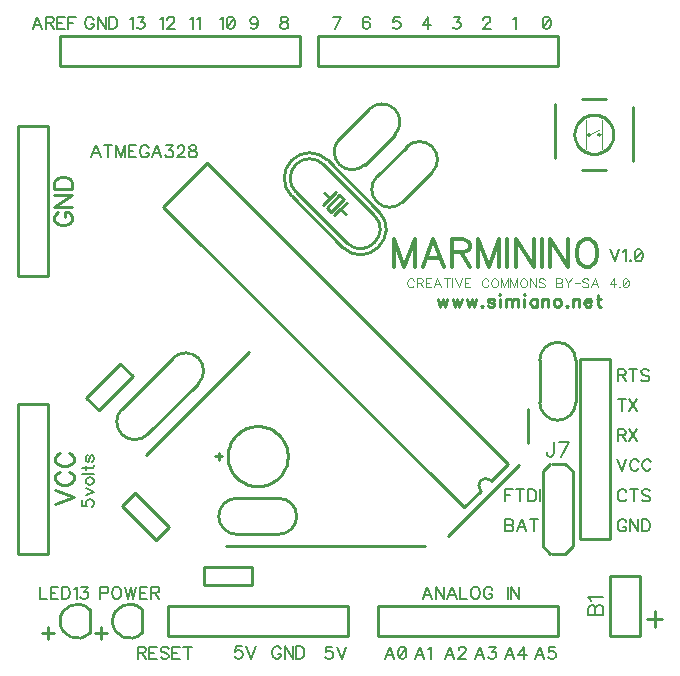
<source format=gbr>
G04 DipTrace 2.3.1.0*
%INTopSilkNaninoLVL1-Danielv6.gbr*%
%MOMM*%
%ADD10C,0.254*%
%ADD24C,0.1*%
%ADD60C,0.196*%
%ADD61C,0.157*%
%ADD62C,0.235*%
%ADD63C,0.353*%
%ADD64C,0.118*%
%ADD65C,0.222*%
%FSLAX53Y53*%
G04*
G71*
G90*
G75*
G01*
%LNTopSilk*%
%LPD*%
X28239Y20219D2*
D10*
X45160D1*
X47027Y20992D2*
X53042Y27007D1*
X53815Y28874D2*
Y31766D1*
X30220Y36570D2*
X21530Y27880D1*
X63340Y17620D2*
X60800D1*
X63340Y12540D2*
Y17620D1*
Y12540D2*
X60800D1*
Y17620D1*
X43213Y49309D2*
X45730Y51826D1*
X41054Y51468D2*
X43571Y53985D1*
X45730Y51826D2*
G03X43571Y53985I-1079J1081D01*
G01*
X41054Y51468D2*
G03X43213Y49309I1079J-1081D01*
G01*
X40038Y52480D2*
X42559Y55001D1*
X37875Y54643D2*
X40396Y57164D1*
X42559Y55001D2*
G03X40396Y57164I-1080J1083D01*
G01*
X37875Y54643D2*
G03X40038Y52480I1080J-1083D01*
G01*
X29179Y21176D2*
X32731D1*
X29179Y24224D2*
X32731D1*
Y21176D2*
G03X32731Y24224I2J1524D01*
G01*
X29179D2*
G03X29179Y21176I-2J-1524D01*
G01*
X27656Y27480D2*
Y28080D1*
X27356Y27780D2*
X27956D1*
X28417D2*
X28423Y27957D1*
X28441Y28133D1*
X28472Y28308D1*
X28515Y28480D1*
X28570Y28649D1*
X28636Y28813D1*
X28714Y28972D1*
X28802Y29126D1*
X28902Y29273D1*
X29011Y29413D1*
X29129Y29544D1*
X29257Y29668D1*
X29393Y29782D1*
X29536Y29886D1*
X29686Y29980D1*
X29843Y30063D1*
X30005Y30135D1*
X30171Y30196D1*
X30341Y30245D1*
X30515Y30281D1*
X30690Y30306D1*
X30867Y30318D1*
X31044D1*
X31221Y30306D1*
X31397Y30281D1*
X31570Y30245D1*
X31740Y30196D1*
X31907Y30135D1*
X32069Y30063D1*
X32225Y29980D1*
X32376Y29886D1*
X32519Y29782D1*
X32655Y29668D1*
X32782Y29544D1*
X32901Y29413D1*
X33010Y29273D1*
X33109Y29126D1*
X33198Y28972D1*
X33275Y28813D1*
X33342Y28649D1*
X33396Y28480D1*
X33439Y28308D1*
X33470Y28133D1*
X33489Y27957D1*
X33495Y27780D1*
X33489Y27603D1*
X33470Y27427D1*
X33439Y27252D1*
X33396Y27080D1*
X33342Y26911D1*
X33275Y26747D1*
X33198Y26588D1*
X33109Y26434D1*
X33010Y26287D1*
X32901Y26147D1*
X32782Y26016D1*
X32655Y25892D1*
X32519Y25778D1*
X32376Y25674D1*
X32225Y25580D1*
X32069Y25497D1*
X31907Y25425D1*
X31740Y25364D1*
X31570Y25315D1*
X31397Y25279D1*
X31221Y25254D1*
X31044Y25242D1*
X30867D1*
X30690Y25254D1*
X30515Y25279D1*
X30341Y25315D1*
X30171Y25364D1*
X30005Y25425D1*
X29843Y25497D1*
X29686Y25580D1*
X29536Y25674D1*
X29393Y25778D1*
X29257Y25892D1*
X29129Y26016D1*
X29011Y26147D1*
X28902Y26287D1*
X28802Y26434D1*
X28714Y26588D1*
X28636Y26747D1*
X28570Y26911D1*
X28515Y27080D1*
X28472Y27252D1*
X28441Y27427D1*
X28423Y27603D1*
X28417Y27780D1*
X57879Y32354D2*
Y35906D1*
X54831Y32354D2*
Y35906D1*
X57879D2*
G03X54831Y35906I-1524J2D01*
G01*
Y32354D2*
G03X57879Y32354I1524J-2D01*
G01*
X25930Y33936D2*
X21624Y29630D1*
X23776Y36090D2*
X19470Y31784D1*
G03X21624Y29630I1075J-1080D01*
G01*
X25930Y33936D2*
G03X23776Y36090I-1075J1080D01*
G01*
X21160Y14810D2*
Y12810D1*
Y14810D2*
G03X21160Y12810I-1050J-1000D01*
G01*
X17660Y12310D2*
Y13310D1*
X17160Y12810D2*
X18160D1*
X16715Y14810D2*
Y12810D1*
Y14810D2*
G03X16715Y12810I-1050J-1000D01*
G01*
X13215Y12310D2*
Y13310D1*
X12715Y12810D2*
X13715D1*
X14191Y63340D2*
X34511D1*
X14191Y60800D2*
Y63340D1*
Y60800D2*
X34511D1*
Y63340D1*
X56355Y60800D2*
X36035D1*
X56355Y63340D2*
Y60800D1*
Y63340D2*
X36035D1*
Y60800D1*
X23335Y12540D2*
X38575D1*
X23335Y15080D2*
X38575D1*
X23335Y12540D2*
Y15080D1*
X38575Y12540D2*
Y15080D1*
X56355D2*
X41115D1*
X56355Y12540D2*
X41115D1*
X56355Y15080D2*
Y12540D1*
X41115Y15080D2*
Y12540D1*
X60800Y20795D2*
Y36035D1*
X58260Y20795D2*
Y36035D1*
X60800Y20795D2*
X58260D1*
X60800Y36035D2*
X58260D1*
X56863Y19525D2*
X55847D1*
X56863Y27145D2*
X55847D1*
X55085Y20157D2*
Y26513D1*
X57625Y20157D2*
Y26513D1*
X56990Y19525D2*
X57625Y20157D1*
X55720Y19525D2*
X55085Y20157D1*
Y26513D2*
X55720Y27145D1*
X57625Y26513D2*
X56990Y27145D1*
X30451Y16858D2*
Y18382D1*
X26379Y16858D2*
X30451D1*
X26379D2*
Y18382D1*
X30451D1*
X16431Y32748D2*
X17508Y31671D1*
X19310Y35627D2*
X16431Y32748D1*
X19310Y35627D2*
X20387Y34550D1*
X17508Y31671D1*
X20529Y24678D2*
X19452Y23601D1*
X23408Y21799D2*
X20529Y24678D1*
X23408Y21799D2*
X22331Y20722D1*
X19452Y23601D1*
X57772Y55037D2*
X57776Y55152D1*
X57788Y55267D1*
X57808Y55380D1*
X57836Y55492D1*
X57872Y55601D1*
X57915Y55708D1*
X57965Y55812D1*
X58023Y55911D1*
X58087Y56007D1*
X58158Y56098D1*
X58235Y56183D1*
X58318Y56263D1*
X58406Y56337D1*
X58500Y56405D1*
X58597Y56466D1*
X58699Y56520D1*
X58804Y56567D1*
X58912Y56606D1*
X59023Y56638D1*
X59136Y56662D1*
X59250Y56678D1*
X59365Y56686D1*
X59480D1*
X59595Y56678D1*
X59709Y56662D1*
X59821Y56638D1*
X59932Y56606D1*
X60040Y56567D1*
X60146Y56520D1*
X60247Y56466D1*
X60345Y56405D1*
X60438Y56337D1*
X60526Y56263D1*
X60609Y56183D1*
X60686Y56098D1*
X60757Y56007D1*
X60822Y55911D1*
X60879Y55812D1*
X60930Y55708D1*
X60973Y55601D1*
X61008Y55492D1*
X61036Y55380D1*
X61056Y55267D1*
X61068Y55152D1*
X61072Y55037D1*
X61068Y54922D1*
X61056Y54807D1*
X61036Y54694D1*
X61008Y54582D1*
X60973Y54473D1*
X60930Y54366D1*
X60879Y54263D1*
X60822Y54163D1*
X60757Y54067D1*
X60686Y53977D1*
X60609Y53891D1*
X60526Y53811D1*
X60438Y53737D1*
X60345Y53669D1*
X60247Y53608D1*
X60146Y53554D1*
X60040Y53507D1*
X59932Y53468D1*
X59821Y53436D1*
X59709Y53412D1*
X59595Y53396D1*
X59480Y53388D1*
X59365D1*
X59250Y53396D1*
X59136Y53412D1*
X59023Y53436D1*
X58912Y53468D1*
X58804Y53507D1*
X58699Y53554D1*
X58597Y53608D1*
X58500Y53669D1*
X58406Y53737D1*
X58318Y53811D1*
X58235Y53891D1*
X58158Y53977D1*
X58087Y54067D1*
X58023Y54163D1*
X57965Y54263D1*
X57915Y54366D1*
X57872Y54473D1*
X57836Y54582D1*
X57808Y54694D1*
X57788Y54807D1*
X57776Y54922D1*
X57772Y55037D1*
X62722Y57337D2*
Y52737D1*
X60423Y52037D2*
X58422D1*
X56122Y53037D2*
Y57637D1*
X58422Y58037D2*
X60423D1*
X58722Y56237D2*
D24*
Y53837D1*
X60122Y56237D2*
Y53837D1*
X58722Y55037D2*
X58872D1*
X60122D2*
X59973D1*
X58872D2*
Y55044D1*
X58873Y55051D1*
X58874Y55058D1*
X58876Y55065D1*
X58878Y55071D1*
X58880Y55078D1*
X58883Y55084D1*
X58887Y55090D1*
X58891Y55096D1*
X58895Y55101D1*
X58900Y55107D1*
X58905Y55111D1*
X58910Y55116D1*
X58916Y55120D1*
X58922Y55124D1*
X58928Y55127D1*
X58934Y55130D1*
X58941Y55132D1*
X58948Y55134D1*
X58955Y55136D1*
X58962Y55137D1*
X58969D1*
X58976D1*
X58983D1*
X58989Y55136D1*
X58996Y55134D1*
X59003Y55132D1*
X59010Y55130D1*
X59016Y55127D1*
X59022Y55124D1*
X59028Y55120D1*
X59034Y55116D1*
X59039Y55111D1*
X59044Y55107D1*
X59049Y55101D1*
X59053Y55096D1*
X59057Y55090D1*
X59061Y55084D1*
X59064Y55078D1*
X59066Y55071D1*
X59069Y55065D1*
X59070Y55058D1*
X59071Y55051D1*
X59072Y55044D1*
Y55037D1*
Y55030D1*
X59071Y55023D1*
X59070Y55016D1*
X59069Y55010D1*
X59066Y55003D1*
X59064Y54996D1*
X59061Y54990D1*
X59057Y54984D1*
X59053Y54978D1*
X59049Y54973D1*
X59044Y54968D1*
X59039Y54963D1*
X59034Y54958D1*
X59028Y54954D1*
X59022Y54950D1*
X59016Y54947D1*
X59010Y54944D1*
X59003Y54942D1*
X58996Y54940D1*
X58989Y54939D1*
X58983Y54938D1*
X58976Y54937D1*
X58969D1*
X58962Y54938D1*
X58955Y54939D1*
X58948Y54940D1*
X58941Y54942D1*
X58934Y54944D1*
X58928Y54947D1*
X58922Y54950D1*
X58916Y54954D1*
X58910Y54958D1*
X58905Y54963D1*
X58900Y54968D1*
X58895Y54973D1*
X58891Y54978D1*
X58887Y54984D1*
X58883Y54990D1*
X58880Y54996D1*
X58878Y55003D1*
X58876Y55010D1*
X58874Y55016D1*
X58873Y55023D1*
X58872Y55030D1*
Y55037D1*
X59722D2*
Y55044D1*
X59723Y55051D1*
X59724Y55058D1*
X59726Y55065D1*
X59728Y55071D1*
X59731Y55078D1*
X59734Y55084D1*
X59737Y55090D1*
X59741Y55096D1*
X59745Y55101D1*
X59750Y55107D1*
X59755Y55111D1*
X59760Y55116D1*
X59766Y55120D1*
X59772Y55124D1*
X59778Y55127D1*
X59785Y55130D1*
X59791Y55132D1*
X59798Y55134D1*
X59805Y55136D1*
X59812Y55137D1*
X59819D1*
X59826D1*
X59833D1*
X59840Y55136D1*
X59846Y55134D1*
X59853Y55132D1*
X59860Y55130D1*
X59866Y55127D1*
X59872Y55124D1*
X59878Y55120D1*
X59884Y55116D1*
X59889Y55111D1*
X59894Y55107D1*
X59899Y55101D1*
X59903Y55096D1*
X59907Y55090D1*
X59911Y55084D1*
X59914Y55078D1*
X59916Y55071D1*
X59919Y55065D1*
X59920Y55058D1*
X59922Y55051D1*
Y55044D1*
Y55037D1*
Y55030D1*
Y55023D1*
X59920Y55016D1*
X59919Y55010D1*
X59916Y55003D1*
X59914Y54996D1*
X59911Y54990D1*
X59907Y54984D1*
X59903Y54978D1*
X59899Y54973D1*
X59894Y54968D1*
X59889Y54963D1*
X59884Y54958D1*
X59878Y54954D1*
X59872Y54950D1*
X59866Y54947D1*
X59860Y54944D1*
X59853Y54942D1*
X59846Y54940D1*
X59840Y54939D1*
X59833Y54938D1*
X59826Y54937D1*
X59819D1*
X59812Y54938D1*
X59805Y54939D1*
X59798Y54940D1*
X59791Y54942D1*
X59785Y54944D1*
X59778Y54947D1*
X59772Y54950D1*
X59766Y54954D1*
X59760Y54958D1*
X59755Y54963D1*
X59750Y54968D1*
X59745Y54973D1*
X59741Y54978D1*
X59737Y54984D1*
X59734Y54990D1*
X59731Y54996D1*
X59728Y55003D1*
X59726Y55010D1*
X59724Y55016D1*
X59723Y55023D1*
X59722Y55030D1*
Y55037D1*
X59072D2*
X59872Y55387D1*
X52109Y27139D2*
D10*
X26651Y52598D1*
X48432Y23463D2*
X22974Y48921D1*
X26651Y52598D2*
X22974Y48921D1*
X52109Y27139D2*
X50695Y25726D1*
X48432Y23463D2*
X49846Y24879D1*
X50695Y25726D2*
G03X49846Y24879I-425J-423D01*
G01*
X41179Y48543D2*
X36876Y52847D1*
X38132Y45496D2*
X33828Y49799D1*
X40821Y48185D2*
X36517Y52489D1*
X34186Y50158D2*
X38490Y45854D1*
X37145Y48454D2*
X36786Y48813D1*
X37862Y49889D1*
X38221Y49530D1*
X37145Y48454D1*
X36517Y49082D2*
X37055Y49620D1*
X37593Y50158D1*
X37414Y48185D2*
X37953Y48722D1*
X38490Y49261D1*
X37055Y49620D2*
X36607Y50068D1*
X37953Y48722D2*
X38401Y48274D1*
X38132Y45496D2*
G03X41179Y48543I1524J1524D01*
G01*
X36876Y52847D2*
G03X33828Y49799I-1524J-1524D01*
G01*
X38490Y45854D2*
G03X40821Y48185I1166J1166D01*
G01*
X36517Y52489D2*
G03X34186Y50158I-1166J-1165D01*
G01*
X13175Y55720D2*
X10635D1*
X13175Y43020D2*
Y55720D1*
X10635Y43020D2*
Y55720D1*
X13175Y43020D2*
X10635D1*
X13175Y32225D2*
X10635D1*
X13175Y19525D2*
Y32225D1*
X10635Y19525D2*
Y32225D1*
X13175Y19525D2*
X10635D1*
X58940Y14306D2*
D60*
X60216D1*
Y14854D1*
X60154Y15036D1*
X60094Y15097D1*
X59973Y15157D1*
X59791D1*
X59669Y15097D1*
X59608Y15036D1*
X59548Y14854D1*
X59486Y15036D1*
X59426Y15097D1*
X59305Y15157D1*
X59183D1*
X59062Y15097D1*
X59001Y15036D1*
X58940Y14854D1*
Y14306D1*
X59548D2*
Y14854D1*
X59184Y15549D2*
X59123Y15671D1*
X58942Y15854D1*
X60216D1*
X56037Y29005D2*
Y28033D1*
X55977Y27851D1*
X55915Y27791D1*
X55795Y27729D1*
X55672D1*
X55552Y27791D1*
X55491Y27851D1*
X55430Y28033D1*
Y28154D1*
X56673Y27729D2*
X57280Y29003D1*
X56430D1*
X52542Y24974D2*
D61*
X51910D1*
Y23953D1*
Y24488D2*
X52299D1*
X53196Y24974D2*
Y23953D1*
X52856Y24974D2*
X53537D1*
X53850D2*
Y23953D1*
X54191D1*
X54337Y24002D1*
X54434Y24099D1*
X54483Y24197D1*
X54531Y24342D1*
Y24585D1*
X54483Y24731D1*
X54434Y24828D1*
X54337Y24926D1*
X54191Y24974D1*
X53850D1*
X54845D2*
Y23953D1*
X64552Y14649D2*
D62*
Y13337D1*
X63897Y13992D2*
X65209D1*
X17646Y53085D2*
D61*
X17256Y54105D1*
X16867Y53085D1*
X17013Y53425D2*
X17500D1*
X18300Y54105D2*
Y53085D1*
X17959Y54105D2*
X18640D1*
X19731Y53085D2*
Y54105D1*
X19342Y53085D1*
X18954Y54105D1*
Y53085D1*
X20676Y54105D2*
X20045D1*
Y53085D1*
X20676D1*
X20045Y53619D2*
X20433D1*
X21718Y53863D2*
X21670Y53959D1*
X21572Y54057D1*
X21476Y54105D1*
X21281D1*
X21184Y54057D1*
X21087Y53959D1*
X21038Y53863D1*
X20989Y53717D1*
Y53473D1*
X21038Y53328D1*
X21087Y53231D1*
X21184Y53134D1*
X21281Y53085D1*
X21476D1*
X21572Y53134D1*
X21670Y53231D1*
X21718Y53328D1*
Y53473D1*
X21476D1*
X22810Y53085D2*
X22421Y54105D1*
X22032Y53085D1*
X22178Y53425D2*
X22664D1*
X23222Y54104D2*
X23755D1*
X23464Y53716D1*
X23610D1*
X23707Y53667D1*
X23755Y53619D1*
X23805Y53473D1*
Y53377D1*
X23755Y53231D1*
X23659Y53133D1*
X23513Y53085D1*
X23367D1*
X23222Y53133D1*
X23174Y53182D1*
X23124Y53279D1*
X24168Y53862D2*
Y53910D1*
X24216Y54008D1*
X24264Y54056D1*
X24362Y54104D1*
X24556D1*
X24653Y54056D1*
X24701Y54008D1*
X24751Y53910D1*
Y53813D1*
X24701Y53716D1*
X24605Y53571D1*
X24118Y53085D1*
X24799D1*
X25355Y54104D2*
X25210Y54056D1*
X25161Y53959D1*
Y53862D1*
X25210Y53765D1*
X25307Y53716D1*
X25501Y53667D1*
X25647Y53619D1*
X25744Y53521D1*
X25792Y53425D1*
Y53279D1*
X25744Y53182D1*
X25696Y53133D1*
X25550Y53085D1*
X25355D1*
X25210Y53133D1*
X25161Y53182D1*
X25113Y53279D1*
Y53425D1*
X25161Y53521D1*
X25259Y53619D1*
X25404Y53667D1*
X25598Y53716D1*
X25696Y53765D1*
X25744Y53862D1*
Y53959D1*
X25696Y54056D1*
X25550Y54104D1*
X25355D1*
X61435Y34648D2*
X61872D1*
X62018Y34697D1*
X62067Y34745D1*
X62116Y34842D1*
Y34940D1*
X62067Y35036D1*
X62018Y35086D1*
X61872Y35134D1*
X61435D1*
Y34113D1*
X61775Y34648D2*
X62116Y34113D1*
X62770Y35134D2*
Y34113D1*
X62429Y35134D2*
X63110D1*
X64104Y34988D2*
X64008Y35086D1*
X63862Y35134D1*
X63667D1*
X63521Y35086D1*
X63424Y34988D1*
Y34891D1*
X63473Y34794D1*
X63521Y34745D1*
X63618Y34697D1*
X63910Y34599D1*
X64008Y34551D1*
X64056Y34502D1*
X64104Y34405D1*
Y34259D1*
X64008Y34162D1*
X63862Y34113D1*
X63667D1*
X63521Y34162D1*
X63424Y34259D1*
X62164Y24731D2*
X62116Y24828D1*
X62018Y24926D1*
X61921Y24974D1*
X61727D1*
X61629Y24926D1*
X61533Y24828D1*
X61483Y24731D1*
X61435Y24585D1*
Y24342D1*
X61483Y24197D1*
X61533Y24099D1*
X61629Y24002D1*
X61727Y23953D1*
X61921D1*
X62018Y24002D1*
X62116Y24099D1*
X62164Y24197D1*
X62818Y24974D2*
Y23953D1*
X62478Y24974D2*
X63158D1*
X64152Y24828D2*
X64056Y24926D1*
X63910Y24974D1*
X63716D1*
X63570Y24926D1*
X63472Y24828D1*
Y24731D1*
X63521Y24634D1*
X63570Y24585D1*
X63666Y24537D1*
X63958Y24439D1*
X64056Y24391D1*
X64104Y24342D1*
X64152Y24245D1*
Y24099D1*
X64056Y24002D1*
X63910Y23953D1*
X63716D1*
X63570Y24002D1*
X63472Y24099D1*
X62164Y22191D2*
X62116Y22288D1*
X62018Y22386D1*
X61921Y22434D1*
X61727D1*
X61629Y22386D1*
X61533Y22288D1*
X61483Y22191D1*
X61435Y22045D1*
Y21802D1*
X61483Y21657D1*
X61533Y21559D1*
X61629Y21462D1*
X61727Y21413D1*
X61921D1*
X62018Y21462D1*
X62116Y21559D1*
X62164Y21657D1*
Y21802D1*
X61921D1*
X63158Y22434D2*
Y21413D1*
X62478Y22434D1*
Y21413D1*
X63472Y22434D2*
Y21413D1*
X63812D1*
X63958Y21462D1*
X64056Y21559D1*
X64104Y21657D1*
X64152Y21802D1*
Y22045D1*
X64104Y22191D1*
X64056Y22288D1*
X63958Y22386D1*
X63812Y22434D1*
X63472D1*
X45703Y15698D2*
X45314Y16719D1*
X44925Y15698D1*
X45071Y16038D2*
X45557D1*
X46698Y16719D2*
Y15698D1*
X46017Y16719D1*
Y15698D1*
X47790D2*
X47400Y16719D1*
X47011Y15698D1*
X47157Y16038D2*
X47644D1*
X48103Y16719D2*
Y15698D1*
X48686D1*
X49292Y16719D2*
X49194Y16671D1*
X49098Y16573D1*
X49048Y16476D1*
X49000Y16330D1*
Y16087D1*
X49048Y15942D1*
X49098Y15844D1*
X49194Y15747D1*
X49292Y15698D1*
X49486D1*
X49583Y15747D1*
X49681Y15844D1*
X49729Y15942D1*
X49777Y16087D1*
Y16330D1*
X49729Y16476D1*
X49681Y16573D1*
X49583Y16671D1*
X49486Y16719D1*
X49292D1*
X50820Y16476D2*
X50771Y16573D1*
X50674Y16671D1*
X50577Y16719D1*
X50383D1*
X50285Y16671D1*
X50189Y16573D1*
X50139Y16476D1*
X50091Y16330D1*
Y16087D1*
X50139Y15942D1*
X50189Y15844D1*
X50285Y15747D1*
X50383Y15698D1*
X50577D1*
X50674Y15747D1*
X50771Y15844D1*
X50820Y15942D1*
Y16087D1*
X50577D1*
X52121Y16719D2*
Y15698D1*
X53115Y16719D2*
Y15698D1*
X52435Y16719D1*
Y15698D1*
X61775Y32594D2*
Y31573D1*
X61435Y32594D2*
X62116D1*
X62429D2*
X63110Y31573D1*
Y32594D2*
X62429Y31573D1*
X61435Y29568D2*
X61872D1*
X62018Y29617D1*
X62067Y29665D1*
X62116Y29762D1*
Y29860D1*
X62067Y29956D1*
X62018Y30006D1*
X61872Y30054D1*
X61435D1*
Y29033D1*
X61775Y29568D2*
X62116Y29033D1*
X62429Y30054D2*
X63110Y29033D1*
Y30054D2*
X62429Y29033D1*
X61396Y27553D2*
X61784Y26532D1*
X62173Y27553D1*
X63216Y27310D2*
X63167Y27407D1*
X63070Y27505D1*
X62973Y27553D1*
X62779D1*
X62681Y27505D1*
X62584Y27407D1*
X62535Y27310D1*
X62487Y27164D1*
Y26921D1*
X62535Y26776D1*
X62584Y26678D1*
X62681Y26582D1*
X62779Y26532D1*
X62973D1*
X63070Y26582D1*
X63167Y26678D1*
X63216Y26776D1*
X64258Y27310D2*
X64210Y27407D1*
X64112Y27505D1*
X64016Y27553D1*
X63821D1*
X63724Y27505D1*
X63627Y27407D1*
X63578Y27310D1*
X63529Y27164D1*
Y26921D1*
X63578Y26776D1*
X63627Y26678D1*
X63724Y26582D1*
X63821Y26532D1*
X64016D1*
X64112Y26582D1*
X64210Y26678D1*
X64258Y26776D1*
X51910Y22434D2*
Y21413D1*
X52348D1*
X52494Y21462D1*
X52542Y21511D1*
X52591Y21607D1*
Y21753D1*
X52542Y21851D1*
X52494Y21899D1*
X52348Y21948D1*
X52494Y21997D1*
X52542Y22045D1*
X52591Y22142D1*
Y22240D1*
X52542Y22336D1*
X52494Y22386D1*
X52348Y22434D1*
X51910D1*
Y21948D2*
X52348D1*
X53683Y21413D2*
X53293Y22434D1*
X52904Y21413D1*
X53050Y21753D2*
X53537D1*
X54337Y22434D2*
Y21413D1*
X53996Y22434D2*
X54677D1*
X14085Y48438D2*
D62*
X13940Y48366D1*
X13793Y48219D1*
X13721Y48075D1*
Y47783D1*
X13793Y47637D1*
X13940Y47492D1*
X14085Y47418D1*
X14304Y47345D1*
X14669D1*
X14886Y47418D1*
X15033Y47492D1*
X15178Y47637D1*
X15252Y47783D1*
Y48075D1*
X15178Y48219D1*
X15033Y48366D1*
X14886Y48438D1*
X14669D1*
Y48075D1*
X13721Y49930D2*
X15252D1*
X13721Y48909D1*
X15252D1*
X13721Y50401D2*
X15252D1*
Y50911D1*
X15178Y51130D1*
X15033Y51277D1*
X14886Y51349D1*
X14669Y51421D1*
X14304D1*
X14085Y51349D1*
X13940Y51277D1*
X13793Y51130D1*
X13721Y50911D1*
Y50401D1*
X13829Y23741D2*
X15361Y24324D1*
X13829Y24907D1*
X14193Y26471D2*
X14048Y26399D1*
X13902Y26252D1*
X13829Y26107D1*
Y25816D1*
X13902Y25669D1*
X14048Y25524D1*
X14193Y25450D1*
X14412Y25378D1*
X14778D1*
X14995Y25450D1*
X15142Y25524D1*
X15287Y25669D1*
X15361Y25816D1*
Y26107D1*
X15287Y26252D1*
X15142Y26399D1*
X14995Y26471D1*
X14193Y28035D2*
X14048Y27963D1*
X13902Y27816D1*
X13829Y27671D1*
Y27380D1*
X13902Y27233D1*
X14048Y27088D1*
X14193Y27014D1*
X14412Y26942D1*
X14778D1*
X14995Y27014D1*
X15142Y27088D1*
X15287Y27233D1*
X15361Y27380D1*
Y27671D1*
X15287Y27816D1*
X15142Y27963D1*
X14995Y28035D1*
X42528Y10618D2*
D61*
X42139Y11639D1*
X41750Y10618D1*
X41896Y10958D2*
X42382D1*
X43134Y11638D2*
X42988Y11589D1*
X42890Y11443D1*
X42842Y11201D1*
Y11055D1*
X42890Y10812D1*
X42988Y10666D1*
X43134Y10618D1*
X43231D1*
X43377Y10666D1*
X43473Y10812D1*
X43523Y11055D1*
Y11201D1*
X43473Y11443D1*
X43377Y11589D1*
X43231Y11638D1*
X43134D1*
X43473Y11443D2*
X42890Y10812D1*
X32915Y11435D2*
X32866Y11532D1*
X32769Y11630D1*
X32672Y11678D1*
X32478D1*
X32380Y11630D1*
X32284Y11532D1*
X32234Y11435D1*
X32186Y11289D1*
Y11046D1*
X32234Y10901D1*
X32284Y10803D1*
X32380Y10707D1*
X32478Y10657D1*
X32672D1*
X32769Y10707D1*
X32866Y10803D1*
X32915Y10901D1*
Y11046D1*
X32672D1*
X33909Y11678D2*
Y10657D1*
X33228Y11678D1*
Y10657D1*
X34223Y11678D2*
Y10657D1*
X34563D1*
X34709Y10707D1*
X34807Y10803D1*
X34855Y10901D1*
X34903Y11046D1*
Y11289D1*
X34855Y11435D1*
X34807Y11532D1*
X34709Y11630D1*
X34563Y11678D1*
X34223D1*
X29594Y11677D2*
X29109D1*
X29060Y11240D1*
X29109Y11288D1*
X29255Y11338D1*
X29399D1*
X29545Y11288D1*
X29643Y11192D1*
X29691Y11046D1*
Y10949D1*
X29643Y10803D1*
X29545Y10705D1*
X29399Y10657D1*
X29255D1*
X29109Y10705D1*
X29060Y10755D1*
X29011Y10851D1*
X30005Y11678D2*
X30394Y10657D1*
X30782Y11678D1*
X20795Y11153D2*
X21232D1*
X21378Y11202D1*
X21427Y11250D1*
X21476Y11347D1*
Y11445D1*
X21427Y11541D1*
X21378Y11591D1*
X21232Y11639D1*
X20795D1*
Y10618D1*
X21135Y11153D2*
X21476Y10618D1*
X22420Y11639D2*
X21789D1*
Y10618D1*
X22420D1*
X21789Y11153D2*
X22178D1*
X23415Y11493D2*
X23318Y11591D1*
X23172Y11639D1*
X22978D1*
X22832Y11591D1*
X22734Y11493D1*
Y11396D1*
X22784Y11299D1*
X22832Y11250D1*
X22928Y11202D1*
X23220Y11104D1*
X23318Y11056D1*
X23366Y11007D1*
X23415Y10910D1*
Y10764D1*
X23318Y10667D1*
X23172Y10618D1*
X22978D1*
X22832Y10667D1*
X22734Y10764D1*
X24360Y11639D2*
X23729D1*
Y10618D1*
X24360D1*
X23729Y11153D2*
X24117D1*
X25014Y11639D2*
Y10618D1*
X24673Y11639D2*
X25354D1*
X12540Y16719D2*
Y15698D1*
X13123D1*
X14068Y16719D2*
X13437D1*
Y15698D1*
X14068D1*
X13437Y16233D2*
X13825D1*
X14381Y16719D2*
Y15698D1*
X14722D1*
X14868Y15747D1*
X14965Y15844D1*
X15014Y15942D1*
X15062Y16087D1*
Y16330D1*
X15014Y16476D1*
X14965Y16573D1*
X14868Y16671D1*
X14722Y16719D1*
X14381D1*
X15376Y16523D2*
X15474Y16573D1*
X15620Y16718D1*
Y15698D1*
X16031Y16718D2*
X16564D1*
X16274Y16329D1*
X16420D1*
X16516Y16281D1*
X16564Y16233D1*
X16614Y16087D1*
Y15990D1*
X16564Y15844D1*
X16468Y15746D1*
X16322Y15698D1*
X16176D1*
X16031Y15746D1*
X15983Y15796D1*
X15933Y15892D1*
X17620Y16184D2*
X18058D1*
X18203Y16233D1*
X18252Y16282D1*
X18301Y16379D1*
Y16525D1*
X18252Y16621D1*
X18203Y16671D1*
X18058Y16719D1*
X17620D1*
Y15698D1*
X18906Y16719D2*
X18809Y16671D1*
X18712Y16573D1*
X18663Y16476D1*
X18614Y16330D1*
Y16087D1*
X18663Y15942D1*
X18712Y15844D1*
X18809Y15747D1*
X18906Y15698D1*
X19101D1*
X19197Y15747D1*
X19295Y15844D1*
X19343Y15942D1*
X19391Y16087D1*
Y16330D1*
X19343Y16476D1*
X19295Y16573D1*
X19197Y16671D1*
X19101Y16719D1*
X18906D1*
X19705D2*
X19949Y15698D1*
X20191Y16719D1*
X20434Y15698D1*
X20678Y16719D1*
X21623D2*
X20992D1*
Y15698D1*
X21623D1*
X20992Y16233D2*
X21380D1*
X21936D2*
X22373D1*
X22519Y16282D1*
X22569Y16330D1*
X22617Y16427D1*
Y16525D1*
X22569Y16621D1*
X22519Y16671D1*
X22373Y16719D1*
X21936D1*
Y15698D1*
X22277Y16233D2*
X22617Y15698D1*
X37253Y11638D2*
X36768D1*
X36719Y11201D1*
X36768Y11249D1*
X36914Y11299D1*
X37059D1*
X37205Y11249D1*
X37302Y11153D1*
X37351Y11007D1*
Y10910D1*
X37302Y10764D1*
X37205Y10666D1*
X37059Y10618D1*
X36914D1*
X36768Y10666D1*
X36719Y10716D1*
X36670Y10812D1*
X37664Y11639D2*
X38053Y10618D1*
X38441Y11639D1*
X45068Y10618D2*
X44679Y11639D1*
X44290Y10618D1*
X44436Y10958D2*
X44922D1*
X45382Y11443D2*
X45480Y11493D1*
X45626Y11638D1*
Y10618D1*
X47608D2*
X47219Y11639D1*
X46830Y10618D1*
X46976Y10958D2*
X47462D1*
X47971Y11395D2*
Y11443D1*
X48020Y11541D1*
X48068Y11589D1*
X48166Y11638D1*
X48360D1*
X48457Y11589D1*
X48505Y11541D1*
X48554Y11443D1*
Y11347D1*
X48505Y11249D1*
X48408Y11104D1*
X47922Y10618D1*
X48603D1*
X50148D2*
X49759Y11639D1*
X49370Y10618D1*
X49516Y10958D2*
X50002D1*
X50560Y11638D2*
X51093D1*
X50802Y11249D1*
X50948D1*
X51045Y11201D1*
X51093Y11153D1*
X51143Y11007D1*
Y10910D1*
X51093Y10764D1*
X50997Y10666D1*
X50851Y10618D1*
X50705D1*
X50560Y10666D1*
X50511Y10716D1*
X50462Y10812D1*
X52688Y10618D2*
X52299Y11639D1*
X51910Y10618D1*
X52056Y10958D2*
X52542D1*
X53488Y10618D2*
Y11638D1*
X53002Y10958D1*
X53731D1*
X55228Y10618D2*
X54839Y11639D1*
X54450Y10618D1*
X54596Y10958D2*
X55082D1*
X56125Y11638D2*
X55640D1*
X55591Y11201D1*
X55640Y11249D1*
X55786Y11299D1*
X55931D1*
X56077Y11249D1*
X56174Y11153D1*
X56223Y11007D1*
Y10910D1*
X56174Y10764D1*
X56077Y10666D1*
X55931Y10618D1*
X55786D1*
X55640Y10666D1*
X55591Y10716D1*
X55542Y10812D1*
X16068Y24061D2*
Y23576D1*
X16505Y23528D1*
X16457Y23576D1*
X16407Y23722D1*
Y23867D1*
X16457Y24013D1*
X16553Y24111D1*
X16699Y24159D1*
X16796D1*
X16942Y24111D1*
X17040Y24013D1*
X17088Y23867D1*
Y23722D1*
X17040Y23576D1*
X16990Y23528D1*
X16894Y23478D1*
X16407Y24473D2*
X17088Y24765D1*
X16407Y25056D1*
Y25612D2*
X16456Y25515D1*
X16553Y25418D1*
X16699Y25369D1*
X16796D1*
X16942Y25418D1*
X17039Y25515D1*
X17088Y25612D1*
Y25758D1*
X17039Y25856D1*
X16942Y25952D1*
X16796Y26002D1*
X16699D1*
X16553Y25952D1*
X16456Y25856D1*
X16407Y25758D1*
Y25612D1*
X16067Y26315D2*
X17088D1*
X16067Y26775D2*
X16894D1*
X17039Y26823D1*
X17088Y26921D1*
Y27018D1*
X16407Y26629D2*
Y26969D1*
X16553Y27866D2*
X16456Y27818D1*
X16407Y27672D1*
Y27526D1*
X16456Y27380D1*
X16553Y27331D1*
X16650Y27380D1*
X16699Y27477D1*
X16748Y27720D1*
X16796Y27818D1*
X16894Y27866D1*
X16942D1*
X17039Y27818D1*
X17088Y27672D1*
Y27526D1*
X17039Y27380D1*
X16942Y27331D1*
X12683Y63958D2*
X12294Y64979D1*
X11905Y63958D1*
X12051Y64298D2*
X12537D1*
X12997Y64493D2*
X13434D1*
X13580Y64542D1*
X13629Y64590D1*
X13678Y64687D1*
Y64785D1*
X13629Y64881D1*
X13580Y64931D1*
X13434Y64979D1*
X12997D1*
Y63958D1*
X13337Y64493D2*
X13678Y63958D1*
X14622Y64979D2*
X13991D1*
Y63958D1*
X14622D1*
X13991Y64493D2*
X14380D1*
X15569Y64979D2*
X14936D1*
Y63958D1*
Y64493D2*
X15325D1*
X17079Y64736D2*
X17031Y64833D1*
X16933Y64931D1*
X16836Y64979D1*
X16642D1*
X16544Y64931D1*
X16448Y64833D1*
X16398Y64736D1*
X16350Y64590D1*
Y64347D1*
X16398Y64202D1*
X16448Y64104D1*
X16544Y64007D1*
X16642Y63958D1*
X16836D1*
X16933Y64007D1*
X17031Y64104D1*
X17079Y64202D1*
Y64347D1*
X16836D1*
X18073Y64979D2*
Y63958D1*
X17393Y64979D1*
Y63958D1*
X18387Y64979D2*
Y63958D1*
X18727D1*
X18873Y64007D1*
X18971Y64104D1*
X19019Y64202D1*
X19067Y64347D1*
Y64590D1*
X19019Y64736D1*
X18971Y64833D1*
X18873Y64931D1*
X18727Y64979D1*
X18387D1*
X20160Y64783D2*
X20258Y64833D1*
X20404Y64978D1*
Y63958D1*
X20815Y64978D2*
X21349D1*
X21058Y64589D1*
X21204D1*
X21300Y64541D1*
X21349Y64493D1*
X21398Y64347D1*
Y64250D1*
X21349Y64104D1*
X21252Y64006D1*
X21106Y63958D1*
X20960D1*
X20815Y64006D1*
X20767Y64056D1*
X20717Y64152D1*
X22700Y64783D2*
X22798Y64833D1*
X22944Y64978D1*
Y63958D1*
X23307Y64735D2*
Y64783D1*
X23355Y64881D1*
X23403Y64929D1*
X23501Y64978D1*
X23695D1*
X23792Y64929D1*
X23840Y64881D1*
X23890Y64783D1*
Y64687D1*
X23840Y64589D1*
X23744Y64444D1*
X23257Y63958D1*
X23938D1*
X25240Y64783D2*
X25338Y64833D1*
X25484Y64978D1*
Y63958D1*
X25797Y64783D2*
X25895Y64833D1*
X26041Y64978D1*
Y63958D1*
X27780Y64783D2*
X27878Y64833D1*
X28024Y64978D1*
Y63958D1*
X28629Y64978D2*
X28483Y64929D1*
X28386Y64783D1*
X28337Y64541D1*
Y64395D1*
X28386Y64152D1*
X28483Y64006D1*
X28629Y63958D1*
X28726D1*
X28872Y64006D1*
X28969Y64152D1*
X29018Y64395D1*
Y64541D1*
X28969Y64783D1*
X28872Y64929D1*
X28726Y64978D1*
X28629D1*
X28969Y64783D2*
X28386Y64152D1*
X30952Y64639D2*
X30903Y64493D1*
X30806Y64395D1*
X30660Y64347D1*
X30612D1*
X30466Y64395D1*
X30369Y64493D1*
X30320Y64639D1*
Y64687D1*
X30369Y64833D1*
X30466Y64929D1*
X30612Y64978D1*
X30660D1*
X30806Y64929D1*
X30903Y64833D1*
X30952Y64639D1*
Y64395D1*
X30903Y64152D1*
X30806Y64006D1*
X30660Y63958D1*
X30564D1*
X30418Y64006D1*
X30369Y64104D1*
X33103Y64978D2*
X32958Y64929D1*
X32908Y64833D1*
Y64735D1*
X32958Y64639D1*
X33054Y64589D1*
X33249Y64541D1*
X33395Y64493D1*
X33491Y64395D1*
X33539Y64298D1*
Y64152D1*
X33491Y64056D1*
X33443Y64006D1*
X33297Y63958D1*
X33103D1*
X32958Y64006D1*
X32908Y64056D1*
X32860Y64152D1*
Y64298D1*
X32908Y64395D1*
X33006Y64493D1*
X33151Y64541D1*
X33345Y64589D1*
X33443Y64639D1*
X33491Y64735D1*
Y64833D1*
X33443Y64929D1*
X33297Y64978D1*
X33103D1*
X37499Y63958D2*
X37986Y64978D1*
X37305D1*
X40428Y64833D2*
X40380Y64929D1*
X40234Y64978D1*
X40137D1*
X39991Y64929D1*
X39893Y64783D1*
X39845Y64541D1*
Y64298D1*
X39893Y64104D1*
X39991Y64006D1*
X40137Y63958D1*
X40185D1*
X40330Y64006D1*
X40428Y64104D1*
X40476Y64250D1*
Y64298D1*
X40428Y64444D1*
X40330Y64541D1*
X40185Y64589D1*
X40137D1*
X39991Y64541D1*
X39893Y64444D1*
X39845Y64298D1*
X42968Y64978D2*
X42483D1*
X42434Y64541D1*
X42483Y64589D1*
X42629Y64639D1*
X42774D1*
X42920Y64589D1*
X43017Y64493D1*
X43066Y64347D1*
Y64250D1*
X43017Y64104D1*
X42920Y64006D1*
X42774Y63958D1*
X42629D1*
X42483Y64006D1*
X42434Y64056D1*
X42385Y64152D1*
X45411Y63958D2*
Y64978D1*
X44925Y64298D1*
X45654D1*
X47563Y64978D2*
X48096D1*
X47805Y64589D1*
X47951D1*
X48048Y64541D1*
X48096Y64493D1*
X48146Y64347D1*
Y64250D1*
X48096Y64104D1*
X48000Y64006D1*
X47854Y63958D1*
X47708D1*
X47563Y64006D1*
X47514Y64056D1*
X47465Y64152D1*
X50054Y64735D2*
Y64783D1*
X50103Y64881D1*
X50151Y64929D1*
X50249Y64978D1*
X50443D1*
X50540Y64929D1*
X50588Y64881D1*
X50637Y64783D1*
Y64687D1*
X50588Y64589D1*
X50491Y64444D1*
X50005Y63958D1*
X50686D1*
X52545Y64783D2*
X52643Y64833D1*
X52789Y64978D1*
Y63958D1*
X55377Y64978D2*
X55231Y64929D1*
X55133Y64783D1*
X55085Y64541D1*
Y64395D1*
X55133Y64152D1*
X55231Y64006D1*
X55377Y63958D1*
X55474D1*
X55620Y64006D1*
X55716Y64152D1*
X55766Y64395D1*
Y64541D1*
X55716Y64783D1*
X55620Y64929D1*
X55474Y64978D1*
X55377D1*
X55716Y64783D2*
X55133Y64152D1*
X44232Y43836D2*
D63*
Y46133D1*
X43357Y43836D1*
X42483Y46133D1*
Y43836D1*
X46689D2*
X45812Y46133D1*
X44938Y43836D1*
X45266Y44602D2*
X46360D1*
X47395Y45039D2*
X48378D1*
X48706Y45150D1*
X48817Y45259D1*
X48926Y45476D1*
Y45696D1*
X48817Y45913D1*
X48706Y46024D1*
X48378Y46133D1*
X47395D1*
Y43836D1*
X48160Y45039D2*
X48926Y43836D1*
X51380D2*
Y46133D1*
X50506Y43836D1*
X49632Y46133D1*
Y43836D1*
X52086Y46133D2*
Y43836D1*
X54324Y46133D2*
Y43836D1*
X52792Y46133D1*
Y43836D1*
X55029Y46133D2*
Y43836D1*
X57267Y46133D2*
Y43836D1*
X55735Y46133D1*
Y43836D1*
X58629Y46133D2*
X58410Y46024D1*
X58192Y45805D1*
X58081Y45587D1*
X57972Y45259D1*
Y44710D1*
X58081Y44384D1*
X58192Y44165D1*
X58410Y43947D1*
X58629Y43836D1*
X59067D1*
X59284Y43947D1*
X59504Y44165D1*
X59612Y44384D1*
X59721Y44710D1*
Y45259D1*
X59612Y45587D1*
X59504Y45805D1*
X59284Y46024D1*
X59067Y46133D1*
X58629D1*
X44182Y42658D2*
D64*
X44146Y42730D1*
X44073Y42804D1*
X44000Y42840D1*
X43854D1*
X43781Y42804D1*
X43709Y42730D1*
X43672Y42658D1*
X43635Y42549D1*
Y42366D1*
X43672Y42257D1*
X43709Y42184D1*
X43781Y42111D1*
X43854Y42074D1*
X44000D1*
X44073Y42111D1*
X44146Y42184D1*
X44182Y42257D1*
X44417Y42475D2*
X44745D1*
X44855Y42512D1*
X44892Y42549D1*
X44928Y42621D1*
Y42694D1*
X44892Y42767D1*
X44855Y42804D1*
X44745Y42840D1*
X44417D1*
Y42074D1*
X44673Y42475D2*
X44928Y42074D1*
X45636Y42840D2*
X45163D1*
Y42074D1*
X45636D1*
X45163Y42475D2*
X45455D1*
X46455Y42074D2*
X46163Y42840D1*
X45872Y42074D1*
X45981Y42330D2*
X46346D1*
X46946Y42840D2*
Y42074D1*
X46691Y42840D2*
X47201D1*
X47436D2*
Y42074D1*
X47672Y42840D2*
X47963Y42074D1*
X48255Y42840D1*
X48963D2*
X48490D1*
Y42074D1*
X48963D1*
X48490Y42475D2*
X48781D1*
X50486Y42658D2*
X50450Y42730D1*
X50376Y42804D1*
X50304Y42840D1*
X50158D1*
X50085Y42804D1*
X50013Y42730D1*
X49976Y42658D1*
X49939Y42549D1*
Y42366D1*
X49976Y42257D1*
X50013Y42184D1*
X50085Y42111D1*
X50158Y42074D1*
X50304D1*
X50376Y42111D1*
X50450Y42184D1*
X50486Y42257D1*
X50940Y42840D2*
X50867Y42804D1*
X50795Y42730D1*
X50757Y42658D1*
X50721Y42549D1*
Y42366D1*
X50757Y42257D1*
X50795Y42184D1*
X50867Y42111D1*
X50940Y42074D1*
X51086D1*
X51158Y42111D1*
X51232Y42184D1*
X51268Y42257D1*
X51304Y42366D1*
Y42549D1*
X51268Y42658D1*
X51232Y42730D1*
X51158Y42804D1*
X51086Y42840D1*
X50940D1*
X52122Y42074D2*
Y42840D1*
X51831Y42074D1*
X51539Y42840D1*
Y42074D1*
X52940D2*
Y42840D1*
X52649Y42074D1*
X52358Y42840D1*
Y42074D1*
X53395Y42840D2*
X53321Y42804D1*
X53249Y42730D1*
X53212Y42658D1*
X53176Y42549D1*
Y42366D1*
X53212Y42257D1*
X53249Y42184D1*
X53321Y42111D1*
X53395Y42074D1*
X53540D1*
X53613Y42111D1*
X53686Y42184D1*
X53722Y42257D1*
X53759Y42366D1*
Y42549D1*
X53722Y42658D1*
X53686Y42730D1*
X53613Y42804D1*
X53540Y42840D1*
X53395D1*
X54504D2*
Y42074D1*
X53994Y42840D1*
Y42074D1*
X55250Y42730D2*
X55178Y42804D1*
X55068Y42840D1*
X54922D1*
X54813Y42804D1*
X54740Y42730D1*
Y42658D1*
X54777Y42585D1*
X54813Y42549D1*
X54885Y42512D1*
X55104Y42439D1*
X55178Y42403D1*
X55214Y42366D1*
X55250Y42293D1*
Y42184D1*
X55178Y42111D1*
X55068Y42074D1*
X54922D1*
X54813Y42111D1*
X54740Y42184D1*
X56226Y42840D2*
Y42074D1*
X56555D1*
X56664Y42111D1*
X56700Y42148D1*
X56737Y42220D1*
Y42330D1*
X56700Y42403D1*
X56664Y42439D1*
X56555Y42475D1*
X56664Y42512D1*
X56700Y42549D1*
X56737Y42621D1*
Y42694D1*
X56700Y42767D1*
X56664Y42804D1*
X56555Y42840D1*
X56226D1*
Y42475D2*
X56555D1*
X56972Y42840D2*
X57263Y42475D1*
Y42074D1*
X57555Y42840D2*
X57263Y42475D1*
X57790Y42457D2*
X58211D1*
X58957Y42730D2*
X58884Y42804D1*
X58775Y42840D1*
X58629D1*
X58520Y42804D1*
X58446Y42730D1*
Y42658D1*
X58484Y42585D1*
X58520Y42549D1*
X58592Y42512D1*
X58811Y42439D1*
X58884Y42403D1*
X58921Y42366D1*
X58957Y42293D1*
Y42184D1*
X58884Y42111D1*
X58775Y42074D1*
X58629D1*
X58520Y42111D1*
X58446Y42184D1*
X59776Y42074D2*
X59484Y42840D1*
X59192Y42074D1*
X59302Y42330D2*
X59666D1*
X61117Y42074D2*
Y42839D1*
X60752Y42330D1*
X61299D1*
X61570Y42148D2*
X61534Y42111D1*
X61570Y42074D1*
X61607Y42111D1*
X61570Y42148D1*
X62061Y42839D2*
X61952Y42803D1*
X61879Y42693D1*
X61842Y42511D1*
Y42402D1*
X61879Y42220D1*
X61952Y42111D1*
X62061Y42074D1*
X62134D1*
X62243Y42111D1*
X62316Y42220D1*
X62353Y42402D1*
Y42511D1*
X62316Y42693D1*
X62243Y42803D1*
X62134Y42839D1*
X62061D1*
X62316Y42693D2*
X61879Y42220D1*
X60800Y45294D2*
D61*
X61189Y44273D1*
X61577Y45294D1*
X61891Y45098D2*
X61989Y45148D1*
X62135Y45293D1*
Y44273D1*
X62497Y44371D2*
X62448Y44321D1*
X62497Y44273D1*
X62546Y44321D1*
X62497Y44371D1*
X63152Y45293D2*
X63006Y45244D1*
X62908Y45098D1*
X62860Y44856D1*
Y44710D1*
X62908Y44467D1*
X63006Y44321D1*
X63152Y44273D1*
X63248D1*
X63394Y44321D1*
X63491Y44467D1*
X63540Y44710D1*
Y44856D1*
X63491Y45098D1*
X63394Y45244D1*
X63248Y45293D1*
X63152D1*
X63491Y45098D2*
X62908Y44467D1*
X46228Y41111D2*
D65*
X46422Y40430D1*
X46616Y41111D1*
X46811Y40430D1*
X47005Y41111D1*
X47449D2*
X47644Y40430D1*
X47838Y41111D1*
X48032Y40430D1*
X48226Y41111D1*
X48671D2*
X48865Y40430D1*
X49059Y41111D1*
X49254Y40430D1*
X49448Y41111D1*
X49941Y40528D2*
X49893Y40479D1*
X49941Y40430D1*
X49990Y40479D1*
X49941Y40528D1*
X50969Y40965D2*
X50921Y41063D1*
X50775Y41111D1*
X50629D1*
X50483Y41063D1*
X50435Y40965D1*
X50483Y40868D1*
X50581Y40819D1*
X50823Y40771D1*
X50921Y40722D1*
X50969Y40625D1*
Y40576D1*
X50921Y40480D1*
X50775Y40430D1*
X50629D1*
X50483Y40480D1*
X50435Y40576D1*
X51414Y41451D2*
X51462Y41403D1*
X51511Y41451D1*
X51462Y41501D1*
X51414Y41451D1*
X51462Y41111D2*
Y40430D1*
X51956Y41111D2*
Y40430D1*
Y40917D2*
X52102Y41063D1*
X52200Y41111D1*
X52344D1*
X52442Y41063D1*
X52490Y40917D1*
Y40430D1*
Y40917D2*
X52636Y41063D1*
X52734Y41111D1*
X52879D1*
X52977Y41063D1*
X53026Y40917D1*
Y40430D1*
X53471Y41451D2*
X53519Y41403D1*
X53568Y41451D1*
X53519Y41501D1*
X53471Y41451D1*
X53519Y41111D2*
Y40430D1*
X54596Y41111D2*
Y40430D1*
Y40965D2*
X54499Y41063D1*
X54401Y41111D1*
X54256D1*
X54159Y41063D1*
X54062Y40965D1*
X54013Y40819D1*
Y40722D1*
X54062Y40576D1*
X54159Y40480D1*
X54256Y40430D1*
X54401D1*
X54499Y40480D1*
X54596Y40576D1*
X55040Y41111D2*
Y40430D1*
Y40917D2*
X55186Y41063D1*
X55284Y41111D1*
X55429D1*
X55526Y41063D1*
X55575Y40917D1*
Y40430D1*
X56262Y41111D2*
X56165Y41063D1*
X56067Y40965D1*
X56019Y40819D1*
Y40722D1*
X56067Y40576D1*
X56165Y40480D1*
X56262Y40430D1*
X56408D1*
X56505Y40480D1*
X56602Y40576D1*
X56651Y40722D1*
Y40819D1*
X56602Y40965D1*
X56505Y41063D1*
X56408Y41111D1*
X56262D1*
X57144Y40528D2*
X57096Y40479D1*
X57144Y40430D1*
X57194Y40479D1*
X57144Y40528D1*
X57638Y41111D2*
Y40430D1*
Y40917D2*
X57784Y41063D1*
X57882Y41111D1*
X58027D1*
X58124Y41063D1*
X58173Y40917D1*
Y40430D1*
X58617Y40819D2*
X59200D1*
Y40917D1*
X59152Y41014D1*
X59103Y41063D1*
X59006Y41111D1*
X58860D1*
X58763Y41063D1*
X58665Y40965D1*
X58617Y40819D1*
Y40722D1*
X58665Y40576D1*
X58763Y40480D1*
X58860Y40430D1*
X59006D1*
X59103Y40480D1*
X59200Y40576D1*
X59790Y41451D2*
Y40625D1*
X59839Y40480D1*
X59936Y40430D1*
X60033D1*
X59644Y41111D2*
X59985D1*
M02*

</source>
